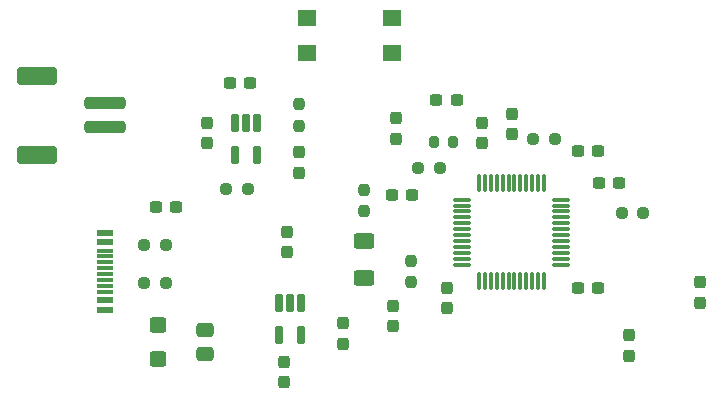
<source format=gbr>
%TF.GenerationSoftware,KiCad,Pcbnew,9.0.2*%
%TF.CreationDate,2025-08-19T18:25:56-04:00*%
%TF.ProjectId,GymDevice,47796d44-6576-4696-9365-2e6b69636164,rev?*%
%TF.SameCoordinates,Original*%
%TF.FileFunction,Paste,Top*%
%TF.FilePolarity,Positive*%
%FSLAX46Y46*%
G04 Gerber Fmt 4.6, Leading zero omitted, Abs format (unit mm)*
G04 Created by KiCad (PCBNEW 9.0.2) date 2025-08-19 18:25:56*
%MOMM*%
%LPD*%
G01*
G04 APERTURE LIST*
G04 Aperture macros list*
%AMRoundRect*
0 Rectangle with rounded corners*
0 $1 Rounding radius*
0 $2 $3 $4 $5 $6 $7 $8 $9 X,Y pos of 4 corners*
0 Add a 4 corners polygon primitive as box body*
4,1,4,$2,$3,$4,$5,$6,$7,$8,$9,$2,$3,0*
0 Add four circle primitives for the rounded corners*
1,1,$1+$1,$2,$3*
1,1,$1+$1,$4,$5*
1,1,$1+$1,$6,$7*
1,1,$1+$1,$8,$9*
0 Add four rect primitives between the rounded corners*
20,1,$1+$1,$2,$3,$4,$5,0*
20,1,$1+$1,$4,$5,$6,$7,0*
20,1,$1+$1,$6,$7,$8,$9,0*
20,1,$1+$1,$8,$9,$2,$3,0*%
G04 Aperture macros list end*
%ADD10RoundRect,0.237500X-0.250000X-0.237500X0.250000X-0.237500X0.250000X0.237500X-0.250000X0.237500X0*%
%ADD11RoundRect,0.237500X0.250000X0.237500X-0.250000X0.237500X-0.250000X-0.237500X0.250000X-0.237500X0*%
%ADD12R,1.600000X1.400000*%
%ADD13RoundRect,0.237500X0.300000X0.237500X-0.300000X0.237500X-0.300000X-0.237500X0.300000X-0.237500X0*%
%ADD14RoundRect,0.162500X-0.162500X0.617500X-0.162500X-0.617500X0.162500X-0.617500X0.162500X0.617500X0*%
%ADD15RoundRect,0.237500X-0.300000X-0.237500X0.300000X-0.237500X0.300000X0.237500X-0.300000X0.237500X0*%
%ADD16RoundRect,0.200000X0.200000X0.275000X-0.200000X0.275000X-0.200000X-0.275000X0.200000X-0.275000X0*%
%ADD17RoundRect,0.237500X-0.237500X0.250000X-0.237500X-0.250000X0.237500X-0.250000X0.237500X0.250000X0*%
%ADD18RoundRect,0.237500X0.237500X-0.287500X0.237500X0.287500X-0.237500X0.287500X-0.237500X-0.287500X0*%
%ADD19RoundRect,0.237500X-0.237500X0.300000X-0.237500X-0.300000X0.237500X-0.300000X0.237500X0.300000X0*%
%ADD20RoundRect,0.237500X0.237500X-0.300000X0.237500X0.300000X-0.237500X0.300000X-0.237500X-0.300000X0*%
%ADD21RoundRect,0.237500X-0.237500X0.287500X-0.237500X-0.287500X0.237500X-0.287500X0.237500X0.287500X0*%
%ADD22RoundRect,0.075000X-0.075000X0.662500X-0.075000X-0.662500X0.075000X-0.662500X0.075000X0.662500X0*%
%ADD23RoundRect,0.075000X-0.662500X0.075000X-0.662500X-0.075000X0.662500X-0.075000X0.662500X0.075000X0*%
%ADD24R,1.450000X0.600000*%
%ADD25R,1.450000X0.300000*%
%ADD26RoundRect,0.237500X0.237500X-0.250000X0.237500X0.250000X-0.237500X0.250000X-0.237500X-0.250000X0*%
%ADD27RoundRect,0.250000X-1.500000X0.250000X-1.500000X-0.250000X1.500000X-0.250000X1.500000X0.250000X0*%
%ADD28RoundRect,0.250001X-1.449999X0.499999X-1.449999X-0.499999X1.449999X-0.499999X1.449999X0.499999X0*%
%ADD29RoundRect,0.250000X-0.450000X0.400000X-0.450000X-0.400000X0.450000X-0.400000X0.450000X0.400000X0*%
%ADD30RoundRect,0.250000X-0.625000X0.400000X-0.625000X-0.400000X0.625000X-0.400000X0.625000X0.400000X0*%
%ADD31RoundRect,0.250000X0.475000X-0.337500X0.475000X0.337500X-0.475000X0.337500X-0.475000X-0.337500X0*%
G04 APERTURE END LIST*
D10*
%TO.C,R1*%
X37397500Y-49716000D03*
X39222500Y-49716000D03*
%TD*%
D11*
%TO.C,R5*%
X79662500Y-43750000D03*
X77837500Y-43750000D03*
%TD*%
D12*
%TO.C,SW*%
X58350000Y-30250000D03*
X51150000Y-30250000D03*
X58350000Y-27250000D03*
X51150000Y-27250000D03*
%TD*%
D13*
%TO.C,C12*%
X63862500Y-34250000D03*
X62137500Y-34250000D03*
%TD*%
D14*
%TO.C,U2*%
X50700000Y-51400000D03*
X49750000Y-51400000D03*
X48800000Y-51400000D03*
X48800000Y-54100000D03*
X50700000Y-54100000D03*
%TD*%
D15*
%TO.C,C9*%
X75887500Y-41250000D03*
X77612500Y-41250000D03*
%TD*%
D13*
%TO.C,C13*%
X75862500Y-38500000D03*
X74137500Y-38500000D03*
%TD*%
D16*
%TO.C,FB1*%
X63575000Y-37750000D03*
X61925000Y-37750000D03*
%TD*%
D17*
%TO.C,R9*%
X56000000Y-41837500D03*
X56000000Y-43662500D03*
%TD*%
D18*
%TO.C,D4*%
X58500000Y-53375000D03*
X58500000Y-51625000D03*
%TD*%
D19*
%TO.C,C16*%
X78420000Y-54137500D03*
X78420000Y-55862500D03*
%TD*%
D20*
%TO.C,C11*%
X66000000Y-37862500D03*
X66000000Y-36137500D03*
%TD*%
%TO.C,C5*%
X49500000Y-47112500D03*
X49500000Y-45387500D03*
%TD*%
D21*
%TO.C,D3*%
X58750000Y-35750000D03*
X58750000Y-37500000D03*
%TD*%
D22*
%TO.C,U3*%
X71250000Y-41250000D03*
X70750000Y-41250000D03*
X70250000Y-41250000D03*
X69750000Y-41250000D03*
X69250000Y-41250000D03*
X68750000Y-41250000D03*
X68250000Y-41250000D03*
X67750000Y-41250000D03*
X67250000Y-41250000D03*
X66750000Y-41250000D03*
X66250000Y-41250000D03*
X65750000Y-41250000D03*
D23*
X64337500Y-42662500D03*
X64337500Y-43162500D03*
X64337500Y-43662500D03*
X64337500Y-44162500D03*
X64337500Y-44662500D03*
X64337500Y-45162500D03*
X64337500Y-45662500D03*
X64337500Y-46162500D03*
X64337500Y-46662500D03*
X64337500Y-47162500D03*
X64337500Y-47662500D03*
X64337500Y-48162500D03*
D22*
X65750000Y-49575000D03*
X66250000Y-49575000D03*
X66750000Y-49575000D03*
X67250000Y-49575000D03*
X67750000Y-49575000D03*
X68250000Y-49575000D03*
X68750000Y-49575000D03*
X69250000Y-49575000D03*
X69750000Y-49575000D03*
X70250000Y-49575000D03*
X70750000Y-49575000D03*
X71250000Y-49575000D03*
D23*
X72662500Y-48162500D03*
X72662500Y-47662500D03*
X72662500Y-47162500D03*
X72662500Y-46662500D03*
X72662500Y-46162500D03*
X72662500Y-45662500D03*
X72662500Y-45162500D03*
X72662500Y-44662500D03*
X72662500Y-44162500D03*
X72662500Y-43662500D03*
X72662500Y-43162500D03*
X72662500Y-42662500D03*
%TD*%
D13*
%TO.C,C2*%
X40112500Y-43250000D03*
X38387500Y-43250000D03*
%TD*%
D20*
%TO.C,C14*%
X68500000Y-37112500D03*
X68500000Y-35387500D03*
%TD*%
D24*
%TO.C,J4*%
X34045000Y-45466000D03*
X34045000Y-46266000D03*
D25*
X34045000Y-47466000D03*
X34045000Y-48466000D03*
X34045000Y-48966000D03*
X34045000Y-49966000D03*
D24*
X34045000Y-51166000D03*
X34045000Y-51966000D03*
X34045000Y-51966000D03*
X34045000Y-51166000D03*
D25*
X34045000Y-50466000D03*
X34045000Y-49466000D03*
X34045000Y-47966000D03*
X34045000Y-46966000D03*
D24*
X34045000Y-46266000D03*
X34045000Y-45466000D03*
%TD*%
D26*
%TO.C,R2*%
X50500000Y-36412500D03*
X50500000Y-34587500D03*
%TD*%
D27*
%TO.C,J1*%
X34100000Y-34500000D03*
X34100000Y-36500000D03*
D28*
X28350000Y-32150000D03*
X28350000Y-38850000D03*
%TD*%
D10*
%TO.C,R6*%
X37397500Y-46466000D03*
X39222500Y-46466000D03*
%TD*%
D17*
%TO.C,R8*%
X60000000Y-47837500D03*
X60000000Y-49662500D03*
%TD*%
D19*
%TO.C,C6*%
X49250000Y-56387500D03*
X49250000Y-58112500D03*
%TD*%
%TO.C,C15*%
X84475000Y-49647500D03*
X84475000Y-51372500D03*
%TD*%
D29*
%TO.C,D2*%
X38560000Y-53266000D03*
X38560000Y-56166000D03*
%TD*%
D30*
%TO.C,R10*%
X56000000Y-46200000D03*
X56000000Y-49300000D03*
%TD*%
D11*
%TO.C,R4*%
X72162500Y-37500000D03*
X70337500Y-37500000D03*
%TD*%
D13*
%TO.C,C8*%
X75862500Y-50162500D03*
X74137500Y-50162500D03*
%TD*%
D20*
%TO.C,C10*%
X54250000Y-54862500D03*
X54250000Y-53137500D03*
%TD*%
D11*
%TO.C,R7*%
X62412500Y-40000000D03*
X60587500Y-40000000D03*
%TD*%
D15*
%TO.C,C3*%
X44637500Y-32750000D03*
X46362500Y-32750000D03*
%TD*%
D19*
%TO.C,C7*%
X63000000Y-50137500D03*
X63000000Y-51862500D03*
%TD*%
%TO.C,C4*%
X42750000Y-36137500D03*
X42750000Y-37862500D03*
%TD*%
D21*
%TO.C,D1*%
X50500000Y-38625000D03*
X50500000Y-40375000D03*
%TD*%
D11*
%TO.C,R3*%
X46162500Y-41750000D03*
X44337500Y-41750000D03*
%TD*%
D13*
%TO.C,C17*%
X60112500Y-42250000D03*
X58387500Y-42250000D03*
%TD*%
D14*
%TO.C,U1*%
X46950000Y-36150000D03*
X46000000Y-36150000D03*
X45050000Y-36150000D03*
X45050000Y-38850000D03*
X46950000Y-38850000D03*
%TD*%
D31*
%TO.C,C1*%
X42560000Y-55753500D03*
X42560000Y-53678500D03*
%TD*%
M02*

</source>
